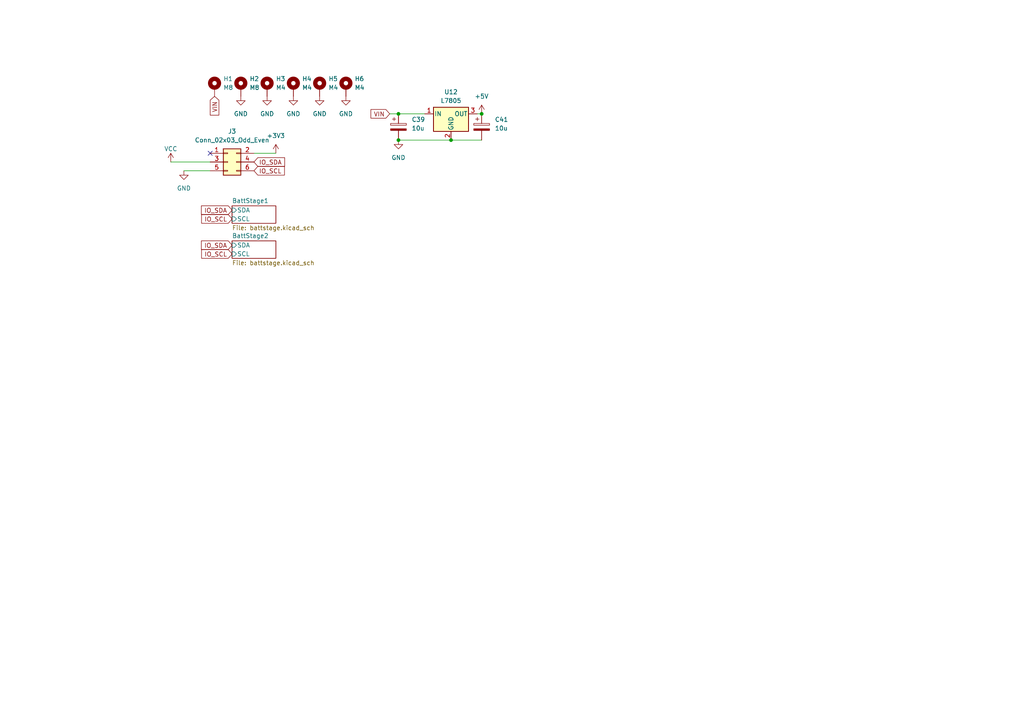
<source format=kicad_sch>
(kicad_sch (version 20230121) (generator eeschema)
  (paper "A4")
  (lib_symbols
    (symbol "Connector_Generic:Conn_02x03_Odd_Even" (pin_names (offset 1.016) hide)
      (property "Reference" "J" (at 1.27 5.08 0))
      (property "Value" "Conn_02x03_Odd_Even" (at 1.27 -5.08 0))
      (symbol "Conn_02x03_Odd_Even_1_1"
        (rectangle (start -1.27 -2.413) (end 0 -2.667) (stroke (width 0.1524)))
        (rectangle (start -1.27 0.127) (end 0 -0.127) (stroke (width 0.1524)))
        (rectangle (start -1.27 2.667) (end 0 2.413) (stroke (width 0.1524)))
        (rectangle (start -1.27 3.81) (end 3.81 -3.81) (stroke (width 0.254)) (fill (type background)))
        (rectangle (start 3.81 -2.413) (end 2.54 -2.667) (stroke (width 0.1524)))
        (rectangle (start 3.81 0.127) (end 2.54 -0.127) (stroke (width 0.1524)))
        (rectangle (start 3.81 2.667) (end 2.54 2.413) (stroke (width 0.1524)))
        (pin passive line (at -5.08 2.54 0) (length 3.81) (name "Pin_1") (number "1"))
        (pin passive line (at 7.62 2.54 180) (length 3.81) (name "Pin_2") (number "2"))
        (pin passive line (at -5.08 0 0) (length 3.81) (name "Pin_3") (number "3"))
        (pin passive line (at 7.62 0 180) (length 3.81) (name "Pin_4") (number "4"))
        (pin passive line (at -5.08 -2.54 0) (length 3.81) (name "Pin_5") (number "5"))
        (pin passive line (at 7.62 -2.54 180) (length 3.81) (name "Pin_6") (number "6"))
      )
    )
    (symbol "Device:C_Polarized" (pin_numbers hide) (pin_names (offset 0.254))
      (property "Reference" "C" (at 0.635 2.54 0))
      (property "Value" "C_Polarized" (at 0.635 -2.54 0))
      (symbol "C_Polarized_0_1"
        (rectangle (start -2.286 0.508) (end 2.286 1.016))
        (polyline (pts (xy -1.778 2.286) (xy -0.762 2.286)))
        (polyline (pts (xy -1.27 2.794) (xy -1.27 1.778)))
        (rectangle (start 2.286 -0.508) (end -2.286 -1.016) (fill (type outline)))
      )
      (symbol "C_Polarized_1_1"
        (pin passive line (at 0 3.81 270) (length 2.794) (name "~") (number "1"))
        (pin passive line (at 0 -3.81 90) (length 2.794) (name "~") (number "2"))
      )
    )
    (symbol "Mechanical:MountingHole_Pad" (pin_numbers hide) (pin_names (offset 1.016) hide)
      (property "Reference" "H" (at 0 6.35 0))
      (property "Value" "MountingHole_Pad" (at 0 4.445 0))
      (symbol "MountingHole_Pad_0_1"
        (circle (center 0 1.27) (radius 1.27) (stroke (width 1.27)))
      )
      (symbol "MountingHole_Pad_1_1"
        (pin input line (at 0 -2.54 90) (length 2.54) (name "1") (number "1"))
      )
    )
    (symbol "Regulator_Linear:L7805" (pin_names (offset 0.254))
      (property "Reference" "U" (at -3.81 3.175 0))
      (property "Value" "L7805" (at 0 3.175 0))
      (symbol "L7805_0_1"
        (rectangle (start -5.08 1.905) (end 5.08 -5.08) (stroke (width 0.254)) (fill (type background)))
      )
      (symbol "L7805_1_1"
        (pin power_in line (at -7.62 0 0) (length 2.54) (name "IN") (number "1"))
        (pin power_in line (at 0 -7.62 90) (length 2.54) (name "GND") (number "2"))
        (pin power_out line (at 7.62 0 180) (length 2.54) (name "OUT") (number "3"))
      )
    )
    (symbol "power:+3V3" (power) (pin_names (offset 0))
      (property "Value" "+3V3" (at 0 3.556 0))
      (symbol "+3V3_0_1"
        (polyline (pts (xy -0.762 1.27) (xy 0 2.54)))
        (polyline (pts (xy 0 0) (xy 0 2.54)))
        (polyline (pts (xy 0 2.54) (xy 0.762 1.27)))
      )
      (symbol "+3V3_1_1"
        (pin power_in line (at 0 0 90) (length 0) hide (name "+3V3") (number "1"))
      )
    )
    (symbol "power:+5V" (power) (pin_names (offset 0))
      (property "Value" "+5V" (at 0 3.556 0))
      (symbol "+5V_0_1"
        (polyline (pts (xy -0.762 1.27) (xy 0 2.54)))
        (polyline (pts (xy 0 0) (xy 0 2.54)))
        (polyline (pts (xy 0 2.54) (xy 0.762 1.27)))
      )
      (symbol "+5V_1_1"
        (pin power_in line (at 0 0 90) (length 0) hide (name "+5V") (number "1"))
      )
    )
    (symbol "power:GND" (power) (pin_names (offset 0))
      (property "Value" "GND" (at 0 -3.81 0))
      (symbol "GND_0_1"
        (polyline (pts (xy 0 0) (xy 0 -1.27) (xy 1.27 -1.27) (xy 0 -2.54) (xy -1.27 -1.27) (xy 0 -1.27)))
      )
      (symbol "GND_1_1"
        (pin power_in line (at 0 0 270) (length 0) hide (name "GND") (number "1"))
      )
    )
    (symbol "power:VCC" (power) (pin_names (offset 0))
      (property "Value" "VCC" (at 0 3.81 0))
      (symbol "VCC_0_1"
        (polyline (pts (xy -0.762 1.27) (xy 0 2.54)))
        (polyline (pts (xy 0 0) (xy 0 2.54)))
        (polyline (pts (xy 0 2.54) (xy 0.762 1.27)))
      )
      (symbol "VCC_1_1"
        (pin power_in line (at 0 0 90) (length 0) hide (name "VCC") (number "1"))
      )
    )
  )
  (junction (at 139.7 33.02))
  (junction (at 115.57 40.64))
  (junction (at 115.57 33.02))
  (junction (at 130.81 40.64))
  (no_connect (at 60.96 44.45))
  (wire (pts (xy 139.7 33.02) (xy 138.43 33.02)))
  (wire (pts (xy 53.34 49.53) (xy 60.96 49.53)))
  (wire (pts (xy 130.81 40.64) (xy 139.7 40.64)))
  (wire (pts (xy 115.57 40.64) (xy 130.81 40.64)))
  (wire (pts (xy 80.01 44.45) (xy 73.66 44.45)))
  (wire (pts (xy 115.57 33.02) (xy 123.19 33.02)))
  (wire (pts (xy 49.53 46.99) (xy 60.96 46.99)))
  (wire (pts (xy 113.03 33.02) (xy 115.57 33.02)))
  (global_label "IO_SCL" (shape input) (at 67.31 73.66 180) (property "Intersheetrefs" "${INTERSHEET_REFS}" (effects hide)))
  (global_label "IO_SDA" (shape input) (at 73.66 46.99 0) (property "Intersheetrefs" "${INTERSHEET_REFS}" (effects hide)))
  (global_label "VIN" (shape input) (at 62.23 27.94 270) (property "Intersheetrefs" "${INTERSHEET_REFS}" (effects hide)))
  (global_label "IO_SCL" (shape input) (at 67.31 63.5 180) (property "Intersheetrefs" "${INTERSHEET_REFS}" (effects hide)))
  (global_label "IO_SDA" (shape input) (at 67.31 60.96 180) (property "Intersheetrefs" "${INTERSHEET_REFS}" (effects hide)))
  (global_label "IO_SCL" (shape input) (at 73.66 49.53 0) (property "Intersheetrefs" "${INTERSHEET_REFS}" (effects hide)))
  (global_label "VIN" (shape input) (at 113.03 33.02 180) (property "Intersheetrefs" "${INTERSHEET_REFS}" (effects hide)))
  (global_label "IO_SDA" (shape input) (at 67.31 71.12 180) (property "Intersheetrefs" "${INTERSHEET_REFS}" (effects hide)))
  (symbol (lib_id "power:GND") (at 100.33 27.94 0) (unit 1)
    (property "Reference" "#PWR098" (effects hide))
    (property "Value" "GND" (at 100.33 33.02 0))
  )
  (symbol (lib_id "power:VCC") (at 49.53 46.99 0) (unit 1)
    (property "Reference" "#PWR049" (effects hide))
    (property "Value" "VCC" (at 49.53 43.18 0))
  )
  (symbol (lib_id "Connector_Generic:Conn_02x03_Odd_Even") (at 66.04 46.99 0) (unit 1)
    (property "Reference" "J3" (at 67.31 38.1 0))
    (property "Value" "Conn_02x03_Odd_Even" (at 67.31 40.64 0))
    (property "Footprint" "Connector_PinHeader_2.54mm:PinHeader_2x03_P2.54mm_Vertical" (effects hide))
  )
  (symbol (lib_id "Mechanical:MountingHole_Pad") (at 69.85 25.4 0) (unit 1)
    (property "Reference" "H2" (at 72.39 22.86 0) (effects (justify left)))
    (property "Value" "M8" (at 72.39 25.4 0) (effects (justify left)))
    (property "Footprint" "MountingHole:MountingHole_8.4mm_M8_Pad_Via" (effects hide))
  )
  (symbol (lib_id "Device:C_Polarized") (at 139.7 36.83 0) (unit 1)
    (property "Reference" "C41" (at 143.51 34.671 0) (effects (justify left)))
    (property "Value" "10u" (at 143.51 37.211 0) (effects (justify left)))
    (property "Footprint" "Capacitor_Tantalum_SMD:CP_EIA-3528-21_Kemet-B" (effects hide))
  )
  (symbol (lib_id "Mechanical:MountingHole_Pad") (at 77.47 25.4 0) (unit 1)
    (property "Reference" "H3" (at 80.01 22.86 0) (effects (justify left)))
    (property "Value" "M4" (at 80.01 25.4 0) (effects (justify left)))
    (property "Footprint" "MountingHole:MountingHole_4.3mm_M4_DIN965_Pad_TopBottom" (effects hide))
  )
  (symbol (lib_id "power:GND") (at 53.34 49.53 0) (unit 1)
    (property "Reference" "#PWR051" (effects hide))
    (property "Value" "GND" (at 53.34 54.61 0))
  )
  (symbol (lib_id "power:GND") (at 92.71 27.94 0) (unit 1)
    (property "Reference" "#PWR087" (effects hide))
    (property "Value" "GND" (at 92.71 33.02 0))
  )
  (symbol (lib_id "power:GND") (at 115.57 40.64 0) (unit 1)
    (property "Reference" "#PWR050" (effects hide))
    (property "Value" "GND" (at 115.57 45.72 0))
  )
  (symbol (lib_id "Mechanical:MountingHole_Pad") (at 62.23 25.4 0) (unit 1)
    (property "Reference" "H1" (at 64.77 22.86 0) (effects (justify left)))
    (property "Value" "M8" (at 64.77 25.4 0) (effects (justify left)))
    (property "Footprint" "MountingHole:MountingHole_8.4mm_M8_Pad_Via" (effects hide))
  )
  (symbol (lib_id "Regulator_Linear:L7805") (at 130.81 33.02 0) (unit 1)
    (property "Reference" "U12" (at 130.81 26.67 0))
    (property "Value" "L7805" (at 130.81 29.21 0))
    (property "Footprint" "Package_TO_SOT_SMD:TO-252-2" (effects hide))
    (property "Datasheet" "http://www.st.com/content/ccc/resource/technical/document/datasheet/41/4f/b3/b0/12/d4/47/88/CD00000444.pdf/files/CD00000444.pdf/jcr:content/translations/en.CD00000444.pdf" (effects hide))
  )
  (symbol (lib_id "power:GND") (at 69.85 27.94 0) (unit 1)
    (property "Reference" "#PWR0215" (effects hide))
    (property "Value" "GND" (at 69.85 33.02 0))
  )
  (symbol (lib_id "power:GND") (at 85.09 27.94 0) (unit 1)
    (property "Reference" "#PWR057" (effects hide))
    (property "Value" "GND" (at 85.09 33.02 0))
  )
  (symbol (lib_id "Device:C_Polarized") (at 115.57 36.83 0) (unit 1)
    (property "Reference" "C39" (at 119.38 34.671 0) (effects (justify left)))
    (property "Value" "10u" (at 119.38 37.211 0) (effects (justify left)))
    (property "Footprint" "Capacitor_Tantalum_SMD:CP_EIA-3528-21_Kemet-B" (effects hide))
  )
  (symbol (lib_id "Mechanical:MountingHole_Pad") (at 85.09 25.4 0) (unit 1)
    (property "Reference" "H4" (at 87.63 22.86 0) (effects (justify left)))
    (property "Value" "M4" (at 87.63 25.4 0) (effects (justify left)))
    (property "Footprint" "MountingHole:MountingHole_4.3mm_M4_DIN965_Pad_TopBottom" (effects hide))
  )
  (symbol (lib_id "power:+5V") (at 139.7 33.02 0) (unit 1)
    (property "Reference" "#PWR053" (effects hide))
    (property "Value" "+5V" (at 139.7 27.94 0))
  )
  (symbol (lib_id "Mechanical:MountingHole_Pad") (at 92.71 25.4 0) (unit 1)
    (property "Reference" "H5" (at 95.25 22.86 0) (effects (justify left)))
    (property "Value" "M4" (at 95.25 25.4 0) (effects (justify left)))
    (property "Footprint" "MountingHole:MountingHole_4.3mm_M4_DIN965_Pad_TopBottom" (effects hide))
  )
  (symbol (lib_id "Mechanical:MountingHole_Pad") (at 100.33 25.4 0) (unit 1)
    (property "Reference" "H6" (at 102.87 22.86 0) (effects (justify left)))
    (property "Value" "M4" (at 102.87 25.4 0) (effects (justify left)))
    (property "Footprint" "MountingHole:MountingHole_4.3mm_M4_DIN965_Pad_TopBottom" (effects hide))
  )
  (symbol (lib_id "power:GND") (at 77.47 27.94 0) (unit 1)
    (property "Reference" "#PWR056" (effects hide))
    (property "Value" "GND" (at 77.47 33.02 0))
  )
  (symbol (lib_id "power:+3V3") (at 80.01 44.45 0) (unit 1)
    (property "Reference" "#PWR052" (effects hide))
    (property "Value" "+3V3" (at 80.01 39.37 0))
  )
  (sheet (at 67.31 69.85) (size 12.7 5.08) (stroke (width 0.1524))
    (property "Sheetname" "BattStage2" (at 67.31 69.1384 0) (effects (justify left bottom)))
    (property "Sheetfile" "battstage.kicad_sch" (at 67.31 75.5146 0) (effects (justify left top)))
    (pin "SDA" input (at 67.31 71.12 180))
    (pin "SCL" input (at 67.31 73.66 180))
  )
  (sheet (at 67.31 59.69) (size 12.7 5.08) (stroke (width 0.1524))
    (property "Sheetname" "BattStage1" (at 67.31 58.9784 0) (effects (justify left bottom)))
    (property "Sheetfile" "battstage.kicad_sch" (at 67.31 65.3546 0) (effects (justify left top)))
    (pin "SDA" input (at 67.31 60.96 180))
    (pin "SCL" input (at 67.31 63.5 180))
  )
)
</source>
